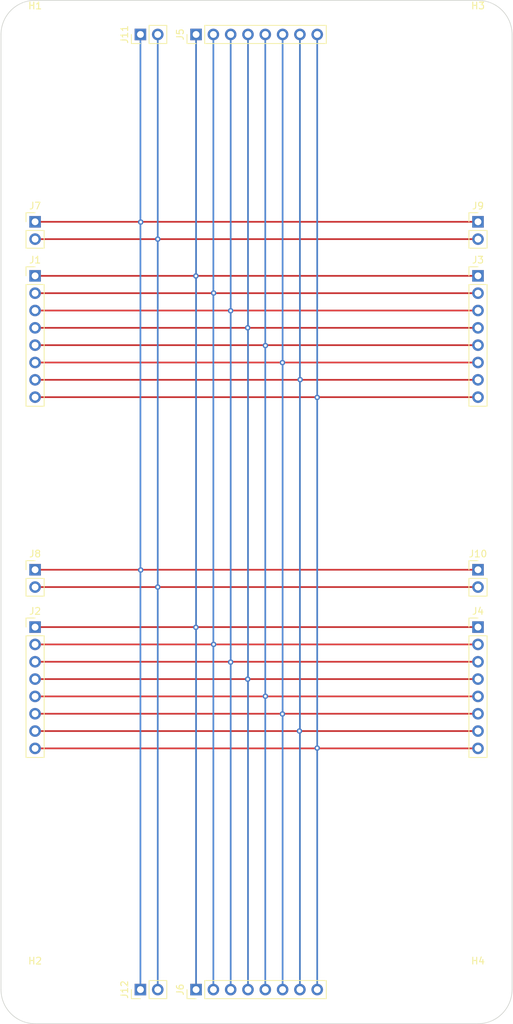
<source format=kicad_pcb>
(kicad_pcb (version 20221018) (generator pcbnew)
  (title_block (title "Bus") (rev "1.0"))
  (layers (0 "F.Cu" signal) (31 "B.Cu" signal) (34 "B.Paste" user) (35 "F.Paste" user) (36 "B.SilkS" user "B.Silkscreen") (37 "F.SilkS" user "F.Silkscreen") (38 "B.Mask" user) (39 "F.Mask" user) (44 "Edge.Cuts" user))
  (net 0 "")
  (net 1 "Net-(J1-Pin_1)")
  (net 2 "Net-(J1-Pin_2)")
  (net 3 "Net-(J1-Pin_3)")
  (net 4 "Net-(J1-Pin_4)")
  (net 5 "Net-(J1-Pin_5)")
  (net 6 "Net-(J1-Pin_6)")
  (net 7 "Net-(J1-Pin_7)")
  (net 8 "Net-(J1-Pin_8)")
  (net 9 "Net-(J10-Pin_1)")
  (net 10 "Net-(J10-Pin_2)")
  (footprint "Connector_PinHeader_2.54mm:PinHeader_1x08_P2.54mm_Vertical" (layer "F.Cu") (at 103.625 34 90)
    (fp_text reference "J5" (at 0 -2.33 90) (layer "F.SilkS"))
    (fp_text value "Conn_01x08")
    (fp_line (start -1.33 -1.33) (end 0 -1.33) (stroke (width 0.12)) (layer "F.SilkS"))
    (fp_line (start -1.33 0) (end -1.33 -1.33) (stroke (width 0.12)) (layer "F.SilkS"))
    (fp_line (start -1.33 1.27) (end -1.33 19.11) (stroke (width 0.12)) (layer "F.SilkS"))
    (fp_line (start -1.33 1.27) (end 1.33 1.27) (stroke (width 0.12)) (layer "F.SilkS"))
    (fp_line (start -1.33 19.11) (end 1.33 19.11) (stroke (width 0.12)) (layer "F.SilkS"))
    (fp_line (start 1.33 1.27) (end 1.33 19.11) (stroke (width 0.12)) (layer "F.SilkS"))
    (pad "1" thru_hole rect (at 0 0 90) (size 1.7 1.7) (drill 1) (layers "*.Cu" "*.Mask") (net 1 "Net-(J1-Pin_1)"))
    (pad "2" thru_hole oval (at 0 2.54 90) (size 1.7 1.7) (drill 1) (layers "*.Cu" "*.Mask") (net 2 "Net-(J1-Pin_2)"))
    (pad "3" thru_hole oval (at 0 5.08 90) (size 1.7 1.7) (drill 1) (layers "*.Cu" "*.Mask") (net 3 "Net-(J1-Pin_3)"))
    (pad "4" thru_hole oval (at 0 7.62 90) (size 1.7 1.7) (drill 1) (layers "*.Cu" "*.Mask") (net 4 "Net-(J1-Pin_4)"))
    (pad "5" thru_hole oval (at 0 10.16 90) (size 1.7 1.7) (drill 1) (layers "*.Cu" "*.Mask") (net 5 "Net-(J1-Pin_5)"))
    (pad "6" thru_hole oval (at 0 12.7 90) (size 1.7 1.7) (drill 1) (layers "*.Cu" "*.Mask") (net 6 "Net-(J1-Pin_6)"))
    (pad "7" thru_hole oval (at 0 15.24 90) (size 1.7 1.7) (drill 1) (layers "*.Cu" "*.Mask") (net 7 "Net-(J1-Pin_7)"))
    (pad "8" thru_hole oval (at 0 17.78 90) (size 1.7 1.7) (drill 1) (layers "*.Cu" "*.Mask") (net 8 "Net-(J1-Pin_8)"))
  )
  (footprint "MountingHole:MountingHole_3.2mm_M3" (layer "F.Cu") (at 80 174)
    (fp_text reference "H2" (at 0 -4.2) (layer "F.SilkS"))
    (fp_text value "MountingHole")
    (pad "" np_thru_hole circle (at 0 0) (size 3.2 3.2) (drill 3.2) (layers "*.Cu" "*.Mask"))
  )
  (footprint "Connector_PinHeader_2.54mm:PinHeader_1x08_P2.54mm_Vertical" (layer "F.Cu") (at 80 69.383333)
    (fp_text reference "J1" (at 0 -2.33) (layer "F.SilkS"))
    (fp_text value "Conn_01x08")
    (fp_line (start -1.33 -1.33) (end 0 -1.33) (stroke (width 0.12)) (layer "F.SilkS"))
    (fp_line (start -1.33 0) (end -1.33 -1.33) (stroke (width 0.12)) (layer "F.SilkS"))
    (fp_line (start -1.33 1.27) (end -1.33 19.11) (stroke (width 0.12)) (layer "F.SilkS"))
    (fp_line (start -1.33 1.27) (end 1.33 1.27) (stroke (width 0.12)) (layer "F.SilkS"))
    (fp_line (start -1.33 19.11) (end 1.33 19.11) (stroke (width 0.12)) (layer "F.SilkS"))
    (fp_line (start 1.33 1.27) (end 1.33 19.11) (stroke (width 0.12)) (layer "F.SilkS"))
    (pad "1" thru_hole rect (at 0 0) (size 1.7 1.7) (drill 1) (layers "*.Cu" "*.Mask") (net 1 "Net-(J1-Pin_1)"))
    (pad "2" thru_hole oval (at 0 2.54) (size 1.7 1.7) (drill 1) (layers "*.Cu" "*.Mask") (net 2 "Net-(J1-Pin_2)"))
    (pad "3" thru_hole oval (at 0 5.08) (size 1.7 1.7) (drill 1) (layers "*.Cu" "*.Mask") (net 3 "Net-(J1-Pin_3)"))
    (pad "4" thru_hole oval (at 0 7.62) (size 1.7 1.7) (drill 1) (layers "*.Cu" "*.Mask") (net 4 "Net-(J1-Pin_4)"))
    (pad "5" thru_hole oval (at 0 10.16) (size 1.7 1.7) (drill 1) (layers "*.Cu" "*.Mask") (net 5 "Net-(J1-Pin_5)"))
    (pad "6" thru_hole oval (at 0 12.7) (size 1.7 1.7) (drill 1) (layers "*.Cu" "*.Mask") (net 6 "Net-(J1-Pin_6)"))
    (pad "7" thru_hole oval (at 0 15.24) (size 1.7 1.7) (drill 1) (layers "*.Cu" "*.Mask") (net 7 "Net-(J1-Pin_7)"))
    (pad "8" thru_hole oval (at 0 17.78) (size 1.7 1.7) (drill 1) (layers "*.Cu" "*.Mask") (net 8 "Net-(J1-Pin_8)"))
  )
  (footprint "MountingHole:MountingHole_3.2mm_M3" (layer "F.Cu") (at 145 174)
    (fp_text reference "H4" (at 0 -4.2) (layer "F.SilkS"))
    (fp_text value "MountingHole")
    (pad "" np_thru_hole circle (at 0 0) (size 3.2 3.2) (drill 3.2) (layers "*.Cu" "*.Mask"))
  )
  (footprint "Connector_PinHeader_2.54mm:PinHeader_1x08_P2.54mm_Vertical" (layer "F.Cu") (at 80 120.866666)
    (fp_text reference "J2" (at 0 -2.33) (layer "F.SilkS"))
    (fp_text value "Conn_01x08")
    (fp_line (start -1.33 -1.33) (end 0 -1.33) (stroke (width 0.12)) (layer "F.SilkS"))
    (fp_line (start -1.33 0) (end -1.33 -1.33) (stroke (width 0.12)) (layer "F.SilkS"))
    (fp_line (start -1.33 1.27) (end -1.33 19.11) (stroke (width 0.12)) (layer "F.SilkS"))
    (fp_line (start -1.33 1.27) (end 1.33 1.27) (stroke (width 0.12)) (layer "F.SilkS"))
    (fp_line (start -1.33 19.11) (end 1.33 19.11) (stroke (width 0.12)) (layer "F.SilkS"))
    (fp_line (start 1.33 1.27) (end 1.33 19.11) (stroke (width 0.12)) (layer "F.SilkS"))
    (pad "1" thru_hole rect (at 0 0) (size 1.7 1.7) (drill 1) (layers "*.Cu" "*.Mask") (net 1 "Net-(J1-Pin_1)"))
    (pad "2" thru_hole oval (at 0 2.54) (size 1.7 1.7) (drill 1) (layers "*.Cu" "*.Mask") (net 2 "Net-(J1-Pin_2)"))
    (pad "3" thru_hole oval (at 0 5.08) (size 1.7 1.7) (drill 1) (layers "*.Cu" "*.Mask") (net 3 "Net-(J1-Pin_3)"))
    (pad "4" thru_hole oval (at 0 7.62) (size 1.7 1.7) (drill 1) (layers "*.Cu" "*.Mask") (net 4 "Net-(J1-Pin_4)"))
    (pad "5" thru_hole oval (at 0 10.16) (size 1.7 1.7) (drill 1) (layers "*.Cu" "*.Mask") (net 5 "Net-(J1-Pin_5)"))
    (pad "6" thru_hole oval (at 0 12.7) (size 1.7 1.7) (drill 1) (layers "*.Cu" "*.Mask") (net 6 "Net-(J1-Pin_6)"))
    (pad "7" thru_hole oval (at 0 15.24) (size 1.7 1.7) (drill 1) (layers "*.Cu" "*.Mask") (net 7 "Net-(J1-Pin_7)"))
    (pad "8" thru_hole oval (at 0 17.78) (size 1.7 1.7) (drill 1) (layers "*.Cu" "*.Mask") (net 8 "Net-(J1-Pin_8)"))
  )
  (footprint "MountingHole:MountingHole_3.2mm_M3" (layer "F.Cu") (at 80 34)
    (fp_text reference "H1" (at 0 -4.2) (layer "F.SilkS"))
    (fp_text value "MountingHole")
    (pad "" np_thru_hole circle (at 0 0) (size 3.2 3.2) (drill 3.2) (layers "*.Cu" "*.Mask"))
  )
  (footprint "Connector_PinHeader_2.54mm:PinHeader_1x02_P2.54mm_Vertical" (layer "F.Cu") (at 145 112.46)
    (fp_text reference "J10" (at 0 -2.33) (layer "F.SilkS"))
    (fp_text value "Conn_01x02")
    (fp_line (start -1.33 -1.33) (end 0 -1.33) (stroke (width 0.12)) (layer "F.SilkS"))
    (fp_line (start -1.33 0) (end -1.33 -1.33) (stroke (width 0.12)) (layer "F.SilkS"))
    (fp_line (start -1.33 1.27) (end -1.33 3.87) (stroke (width 0.12)) (layer "F.SilkS"))
    (fp_line (start -1.33 1.27) (end 1.33 1.27) (stroke (width 0.12)) (layer "F.SilkS"))
    (fp_line (start -1.33 3.87) (end 1.33 3.87) (stroke (width 0.12)) (layer "F.SilkS"))
    (fp_line (start 1.33 1.27) (end 1.33 3.87) (stroke (width 0.12)) (layer "F.SilkS"))
    (pad "1" thru_hole rect (at 0 0) (size 1.7 1.7) (drill 1) (layers "*.Cu" "*.Mask") (net 9 "Net-(J10-Pin_1)"))
    (pad "2" thru_hole oval (at 0 2.54) (size 1.7 1.7) (drill 1) (layers "*.Cu" "*.Mask") (net 10 "Net-(J10-Pin_2)"))
  )
  (footprint "Connector_PinHeader_2.54mm:PinHeader_1x08_P2.54mm_Vertical" (layer "F.Cu") (at 103.625 174 90)
    (fp_text reference "J6" (at 0 -2.33 90) (layer "F.SilkS"))
    (fp_text value "Conn_01x08")
    (fp_line (start -1.33 -1.33) (end 0 -1.33) (stroke (width 0.12)) (layer "F.SilkS"))
    (fp_line (start -1.33 0) (end -1.33 -1.33) (stroke (width 0.12)) (layer "F.SilkS"))
    (fp_line (start -1.33 1.27) (end -1.33 19.11) (stroke (width 0.12)) (layer "F.SilkS"))
    (fp_line (start -1.33 1.27) (end 1.33 1.27) (stroke (width 0.12)) (layer "F.SilkS"))
    (fp_line (start -1.33 19.11) (end 1.33 19.11) (stroke (width 0.12)) (layer "F.SilkS"))
    (fp_line (start 1.33 1.27) (end 1.33 19.11) (stroke (width 0.12)) (layer "F.SilkS"))
    (pad "1" thru_hole rect (at 0 0 90) (size 1.7 1.7) (drill 1) (layers "*.Cu" "*.Mask") (net 1 "Net-(J1-Pin_1)"))
    (pad "2" thru_hole oval (at 0 2.54 90) (size 1.7 1.7) (drill 1) (layers "*.Cu" "*.Mask") (net 2 "Net-(J1-Pin_2)"))
    (pad "3" thru_hole oval (at 0 5.08 90) (size 1.7 1.7) (drill 1) (layers "*.Cu" "*.Mask") (net 3 "Net-(J1-Pin_3)"))
    (pad "4" thru_hole oval (at 0 7.62 90) (size 1.7 1.7) (drill 1) (layers "*.Cu" "*.Mask") (net 4 "Net-(J1-Pin_4)"))
    (pad "5" thru_hole oval (at 0 10.16 90) (size 1.7 1.7) (drill 1) (layers "*.Cu" "*.Mask") (net 5 "Net-(J1-Pin_5)"))
    (pad "6" thru_hole oval (at 0 12.7 90) (size 1.7 1.7) (drill 1) (layers "*.Cu" "*.Mask") (net 6 "Net-(J1-Pin_6)"))
    (pad "7" thru_hole oval (at 0 15.24 90) (size 1.7 1.7) (drill 1) (layers "*.Cu" "*.Mask") (net 7 "Net-(J1-Pin_7)"))
    (pad "8" thru_hole oval (at 0 17.78 90) (size 1.7 1.7) (drill 1) (layers "*.Cu" "*.Mask") (net 8 "Net-(J1-Pin_8)"))
  )
  (footprint "Connector_PinHeader_2.54mm:PinHeader_1x02_P2.54mm_Vertical" (layer "F.Cu") (at 80 61.46)
    (fp_text reference "J7" (at 0 -2.33) (layer "F.SilkS"))
    (fp_text value "Conn_01x02")
    (fp_line (start -1.33 -1.33) (end 0 -1.33) (stroke (width 0.12)) (layer "F.SilkS"))
    (fp_line (start -1.33 0) (end -1.33 -1.33) (stroke (width 0.12)) (layer "F.SilkS"))
    (fp_line (start -1.33 1.27) (end -1.33 3.87) (stroke (width 0.12)) (layer "F.SilkS"))
    (fp_line (start -1.33 1.27) (end 1.33 1.27) (stroke (width 0.12)) (layer "F.SilkS"))
    (fp_line (start -1.33 3.87) (end 1.33 3.87) (stroke (width 0.12)) (layer "F.SilkS"))
    (fp_line (start 1.33 1.27) (end 1.33 3.87) (stroke (width 0.12)) (layer "F.SilkS"))
    (pad "1" thru_hole rect (at 0 0) (size 1.7 1.7) (drill 1) (layers "*.Cu" "*.Mask") (net 9 "Net-(J10-Pin_1)"))
    (pad "2" thru_hole oval (at 0 2.54) (size 1.7 1.7) (drill 1) (layers "*.Cu" "*.Mask") (net 10 "Net-(J10-Pin_2)"))
  )
  (footprint "Connector_PinHeader_2.54mm:PinHeader_1x02_P2.54mm_Vertical" (layer "F.Cu") (at 95.46 34 90)
    (fp_text reference "J11" (at 0 -2.33 90) (layer "F.SilkS"))
    (fp_text value "Conn_01x02")
    (fp_line (start -1.33 -1.33) (end 0 -1.33) (stroke (width 0.12)) (layer "F.SilkS"))
    (fp_line (start -1.33 0) (end -1.33 -1.33) (stroke (width 0.12)) (layer "F.SilkS"))
    (fp_line (start -1.33 1.27) (end -1.33 3.87) (stroke (width 0.12)) (layer "F.SilkS"))
    (fp_line (start -1.33 1.27) (end 1.33 1.27) (stroke (width 0.12)) (layer "F.SilkS"))
    (fp_line (start -1.33 3.87) (end 1.33 3.87) (stroke (width 0.12)) (layer "F.SilkS"))
    (fp_line (start 1.33 1.27) (end 1.33 3.87) (stroke (width 0.12)) (layer "F.SilkS"))
    (pad "1" thru_hole rect (at 0 0 90) (size 1.7 1.7) (drill 1) (layers "*.Cu" "*.Mask") (net 9 "Net-(J10-Pin_1)"))
    (pad "2" thru_hole oval (at 0 2.54 90) (size 1.7 1.7) (drill 1) (layers "*.Cu" "*.Mask") (net 10 "Net-(J10-Pin_2)"))
  )
  (footprint "Connector_PinHeader_2.54mm:PinHeader_1x02_P2.54mm_Vertical" (layer "F.Cu") (at 80 112.46)
    (fp_text reference "J8" (at 0 -2.33) (layer "F.SilkS"))
    (fp_text value "Conn_01x02")
    (fp_line (start -1.33 -1.33) (end 0 -1.33) (stroke (width 0.12)) (layer "F.SilkS"))
    (fp_line (start -1.33 0) (end -1.33 -1.33) (stroke (width 0.12)) (layer "F.SilkS"))
    (fp_line (start -1.33 1.27) (end -1.33 3.87) (stroke (width 0.12)) (layer "F.SilkS"))
    (fp_line (start -1.33 1.27) (end 1.33 1.27) (stroke (width 0.12)) (layer "F.SilkS"))
    (fp_line (start -1.33 3.87) (end 1.33 3.87) (stroke (width 0.12)) (layer "F.SilkS"))
    (fp_line (start 1.33 1.27) (end 1.33 3.87) (stroke (width 0.12)) (layer "F.SilkS"))
    (pad "1" thru_hole rect (at 0 0) (size 1.7 1.7) (drill 1) (layers "*.Cu" "*.Mask") (net 9 "Net-(J10-Pin_1)"))
    (pad "2" thru_hole oval (at 0 2.54) (size 1.7 1.7) (drill 1) (layers "*.Cu" "*.Mask") (net 10 "Net-(J10-Pin_2)"))
  )
  (footprint "MountingHole:MountingHole_3.2mm_M3" (layer "F.Cu") (at 145 34)
    (fp_text reference "H3" (at 0 -4.2) (layer "F.SilkS"))
    (fp_text value "MountingHole")
    (pad "" np_thru_hole circle (at 0 0) (size 3.2 3.2) (drill 3.2) (layers "*.Cu" "*.Mask"))
  )
  (footprint "Connector_PinHeader_2.54mm:PinHeader_1x08_P2.54mm_Vertical" (layer "F.Cu") (at 145 120.866666)
    (fp_text reference "J4" (at 0 -2.33) (layer "F.SilkS"))
    (fp_text value "Conn_01x08")
    (fp_line (start -1.33 -1.33) (end 0 -1.33) (stroke (width 0.12)) (layer "F.SilkS"))
    (fp_line (start -1.33 0) (end -1.33 -1.33) (stroke (width 0.12)) (layer "F.SilkS"))
    (fp_line (start -1.33 1.27) (end -1.33 19.11) (stroke (width 0.12)) (layer "F.SilkS"))
    (fp_line (start -1.33 1.27) (end 1.33 1.27) (stroke (width 0.12)) (layer "F.SilkS"))
    (fp_line (start -1.33 19.11) (end 1.33 19.11) (stroke (width 0.12)) (layer "F.SilkS"))
    (fp_line (start 1.33 1.27) (end 1.33 19.11) (stroke (width 0.12)) (layer "F.SilkS"))
    (pad "1" thru_hole rect (at 0 0) (size 1.7 1.7) (drill 1) (layers "*.Cu" "*.Mask") (net 1 "Net-(J1-Pin_1)"))
    (pad "2" thru_hole oval (at 0 2.54) (size 1.7 1.7) (drill 1) (layers "*.Cu" "*.Mask") (net 2 "Net-(J1-Pin_2)"))
    (pad "3" thru_hole oval (at 0 5.08) (size 1.7 1.7) (drill 1) (layers "*.Cu" "*.Mask") (net 3 "Net-(J1-Pin_3)"))
    (pad "4" thru_hole oval (at 0 7.62) (size 1.7 1.7) (drill 1) (layers "*.Cu" "*.Mask") (net 4 "Net-(J1-Pin_4)"))
    (pad "5" thru_hole oval (at 0 10.16) (size 1.7 1.7) (drill 1) (layers "*.Cu" "*.Mask") (net 5 "Net-(J1-Pin_5)"))
    (pad "6" thru_hole oval (at 0 12.7) (size 1.7 1.7) (drill 1) (layers "*.Cu" "*.Mask") (net 6 "Net-(J1-Pin_6)"))
    (pad "7" thru_hole oval (at 0 15.24) (size 1.7 1.7) (drill 1) (layers "*.Cu" "*.Mask") (net 7 "Net-(J1-Pin_7)"))
    (pad "8" thru_hole oval (at 0 17.78) (size 1.7 1.7) (drill 1) (layers "*.Cu" "*.Mask") (net 8 "Net-(J1-Pin_8)"))
  )
  (footprint "Connector_PinHeader_2.54mm:PinHeader_1x02_P2.54mm_Vertical" (layer "F.Cu") (at 95.46 174 90)
    (fp_text reference "J12" (at 0 -2.33 90) (layer "F.SilkS"))
    (fp_text value "Conn_01x02")
    (fp_line (start -1.33 -1.33) (end 0 -1.33) (stroke (width 0.12)) (layer "F.SilkS"))
    (fp_line (start -1.33 0) (end -1.33 -1.33) (stroke (width 0.12)) (layer "F.SilkS"))
    (fp_line (start -1.33 1.27) (end -1.33 3.87) (stroke (width 0.12)) (layer "F.SilkS"))
    (fp_line (start -1.33 1.27) (end 1.33 1.27) (stroke (width 0.12)) (layer "F.SilkS"))
    (fp_line (start -1.33 3.87) (end 1.33 3.87) (stroke (width 0.12)) (layer "F.SilkS"))
    (fp_line (start 1.33 1.27) (end 1.33 3.87) (stroke (width 0.12)) (layer "F.SilkS"))
    (pad "1" thru_hole rect (at 0 0 90) (size 1.7 1.7) (drill 1) (layers "*.Cu" "*.Mask") (net 9 "Net-(J10-Pin_1)"))
    (pad "2" thru_hole oval (at 0 2.54 90) (size 1.7 1.7) (drill 1) (layers "*.Cu" "*.Mask") (net 10 "Net-(J10-Pin_2)"))
  )
  (footprint "Connector_PinHeader_2.54mm:PinHeader_1x02_P2.54mm_Vertical" (layer "F.Cu") (at 145 61.46)
    (fp_text reference "J9" (at 0 -2.33) (layer "F.SilkS"))
    (fp_text value "Conn_01x02")
    (fp_line (start -1.33 -1.33) (end 0 -1.33) (stroke (width 0.12)) (layer "F.SilkS"))
    (fp_line (start -1.33 0) (end -1.33 -1.33) (stroke (width 0.12)) (layer "F.SilkS"))
    (fp_line (start -1.33 1.27) (end -1.33 3.87) (stroke (width 0.12)) (layer "F.SilkS"))
    (fp_line (start -1.33 1.27) (end 1.33 1.27) (stroke (width 0.12)) (layer "F.SilkS"))
    (fp_line (start -1.33 3.87) (end 1.33 3.87) (stroke (width 0.12)) (layer "F.SilkS"))
    (fp_line (start 1.33 1.27) (end 1.33 3.87) (stroke (width 0.12)) (layer "F.SilkS"))
    (pad "1" thru_hole rect (at 0 0) (size 1.7 1.7) (drill 1) (layers "*.Cu" "*.Mask") (net 9 "Net-(J10-Pin_1)"))
    (pad "2" thru_hole oval (at 0 2.54) (size 1.7 1.7) (drill 1) (layers "*.Cu" "*.Mask") (net 10 "Net-(J10-Pin_2)"))
  )
  (footprint "Connector_PinHeader_2.54mm:PinHeader_1x08_P2.54mm_Vertical" (layer "F.Cu") (at 145 69.383333)
    (fp_text reference "J3" (at 0 -2.33) (layer "F.SilkS"))
    (fp_text value "Conn_01x08")
    (fp_line (start -1.33 -1.33) (end 0 -1.33) (stroke (width 0.12)) (layer "F.SilkS"))
    (fp_line (start -1.33 0) (end -1.33 -1.33) (stroke (width 0.12)) (layer "F.SilkS"))
    (fp_line (start -1.33 1.27) (end -1.33 19.11) (stroke (width 0.12)) (layer "F.SilkS"))
    (fp_line (start -1.33 1.27) (end 1.33 1.27) (stroke (width 0.12)) (layer "F.SilkS"))
    (fp_line (start -1.33 19.11) (end 1.33 19.11) (stroke (width 0.12)) (layer "F.SilkS"))
    (fp_line (start 1.33 1.27) (end 1.33 19.11) (stroke (width 0.12)) (layer "F.SilkS"))
    (pad "1" thru_hole rect (at 0 0) (size 1.7 1.7) (drill 1) (layers "*.Cu" "*.Mask") (net 1 "Net-(J1-Pin_1)"))
    (pad "2" thru_hole oval (at 0 2.54) (size 1.7 1.7) (drill 1) (layers "*.Cu" "*.Mask") (net 2 "Net-(J1-Pin_2)"))
    (pad "3" thru_hole oval (at 0 5.08) (size 1.7 1.7) (drill 1) (layers "*.Cu" "*.Mask") (net 3 "Net-(J1-Pin_3)"))
    (pad "4" thru_hole oval (at 0 7.62) (size 1.7 1.7) (drill 1) (layers "*.Cu" "*.Mask") (net 4 "Net-(J1-Pin_4)"))
    (pad "5" thru_hole oval (at 0 10.16) (size 1.7 1.7) (drill 1) (layers "*.Cu" "*.Mask") (net 5 "Net-(J1-Pin_5)"))
    (pad "6" thru_hole oval (at 0 12.7) (size 1.7 1.7) (drill 1) (layers "*.Cu" "*.Mask") (net 6 "Net-(J1-Pin_6)"))
    (pad "7" thru_hole oval (at 0 15.24) (size 1.7 1.7) (drill 1) (layers "*.Cu" "*.Mask") (net 7 "Net-(J1-Pin_7)"))
    (pad "8" thru_hole oval (at 0 17.78) (size 1.7 1.7) (drill 1) (layers "*.Cu" "*.Mask") (net 8 "Net-(J1-Pin_8)"))
  )
  (gr_line (start 80 179) (end 145 179) (stroke (width 0.1)) (layer "Edge.Cuts"))
  (gr_arc (start 150 174) (mid 148.535534 177.535534) (end 145 179) (stroke (width 0.1)) (layer "Edge.Cuts"))
  (gr_line (start 75 34) (end 75 174) (stroke (width 0.1)) (layer "Edge.Cuts"))
  (gr_line (start 145 29) (end 80 29) (stroke (width 0.1)) (layer "Edge.Cuts"))
  (gr_arc (start 75 34) (mid 76.464466 30.464466) (end 80 29) (stroke (width 0.1)) (layer "Edge.Cuts"))
  (gr_arc (start 80 179) (mid 76.464466 177.535534) (end 75 174) (stroke (width 0.1)) (layer "Edge.Cuts"))
  (gr_line (start 150 174) (end 150 34) (stroke (width 0.1)) (layer "Edge.Cuts"))
  (gr_arc (start 145 29) (mid 148.535534 30.464466) (end 150 34) (stroke (width 0.1)) (layer "Edge.Cuts"))
  (segment (start 103.616667 69.383333) (end 145 69.383333) (width 0.25) (layer "F.Cu") (net 1))
  (segment (start 103.583333 69.383333) (end 103.6 69.4) (width 0.25) (layer "F.Cu") (net 1))
  (segment (start 145 120.866666) (end 80 120.866666) (width 0.25) (layer "F.Cu") (net 1))
  (segment (start 80 69.383333) (end 103.583333 69.383333) (width 0.25) (layer "F.Cu") (net 1))
  (segment (start 103.6 69.4) (end 103.616667 69.383333) (width 0.25) (layer "F.Cu") (net 1))
  (via (at 103.6 69.4) (size 0.8) (drill 0.4) (layers "F.Cu" "B.Cu") (net 1))
  (via (at 103.6 120.9) (size 0.8) (drill 0.4) (layers "F.Cu" "B.Cu") (net 1))
  (segment (start 103.625 174) (end 103.625 120.925) (width 0.25) (layer "B.Cu") (net 1))
  (segment (start 103.6 120.9) (end 103.625 120.875) (width 0.25) (layer "B.Cu") (net 1))
  (segment (start 103.625 120.925) (end 103.6 120.9) (width 0.25) (layer "B.Cu") (net 1))
  (segment (start 103.625 120.875) (end 103.625 34) (width 0.25) (layer "B.Cu") (net 1))
  (segment (start 80 123.406666) (end 106.193334 123.406666) (width 0.25) (layer "F.Cu") (net 2))
  (segment (start 106.176667 71.923333) (end 80 71.923333) (width 0.25) (layer "F.Cu") (net 2))
  (segment (start 106.206666 123.406666) (end 145 123.406666) (width 0.25) (layer "F.Cu") (net 2))
  (segment (start 106.2 123.4) (end 106.206666 123.406666) (width 0.25) (layer "F.Cu") (net 2))
  (segment (start 145 71.923333) (end 106.223333 71.923333) (width 0.25) (layer "F.Cu") (net 2))
  (segment (start 106.193334 123.406666) (end 106.2 123.4) (width 0.25) (layer "F.Cu") (net 2))
  (segment (start 106.223333 71.923333) (end 106.2 71.9) (width 0.25) (layer "F.Cu") (net 2))
  (segment (start 106.2 71.9) (end 106.176667 71.923333) (width 0.25) (layer "F.Cu") (net 2))
  (via (at 106.2 71.9) (size 0.8) (drill 0.4) (layers "F.Cu" "B.Cu") (net 2))
  (via (at 106.2 123.4) (size 0.8) (drill 0.4) (layers "F.Cu" "B.Cu") (net 2))
  (segment (start 106.165 34) (end 106.165 174) (width 0.25) (layer "B.Cu") (net 2))
  (segment (start 145 125.946666) (end 80 125.946666) (width 0.25) (layer "F.Cu") (net 3))
  (segment (start 80 74.463333) (end 145 74.463333) (width 0.25) (layer "F.Cu") (net 3))
  (via (at 108.7 74.5) (size 0.8) (drill 0.4) (layers "F.Cu" "B.Cu") (net 3))
  (via (at 108.7 126) (size 0.8) (drill 0.4) (layers "F.Cu" "B.Cu") (net 3))
  (segment (start 108.705 126.005) (end 108.7 126) (width 0.25) (layer "B.Cu") (net 3))
  (segment (start 108.705 74.495) (end 108.705 34) (width 0.25) (layer "B.Cu") (net 3))
  (segment (start 108.705 174) (end 108.705 126.005) (width 0.25) (layer "B.Cu") (net 3))
  (segment (start 108.705 74.505) (end 108.7 74.5) (width 0.25) (layer "B.Cu") (net 3))
  (segment (start 108.7 74.5) (end 108.705 74.495) (width 0.25) (layer "B.Cu") (net 3))
  (segment (start 108.7 126) (end 108.705 125.995) (width 0.25) (layer "B.Cu") (net 3))
  (segment (start 108.705 125.995) (end 108.705 74.505) (width 0.25) (layer "B.Cu") (net 3))
  (segment (start 111.213334 128.486666) (end 145 128.486666) (width 0.25) (layer "F.Cu") (net 4))
  (segment (start 145 77.003333) (end 111.203333 77.003333) (width 0.25) (layer "F.Cu") (net 4))
  (segment (start 111.2 77) (end 111.196667 77.003333) (width 0.25) (layer "F.Cu") (net 4))
  (segment (start 111.203333 77.003333) (end 111.2 77) (width 0.25) (layer "F.Cu") (net 4))
  (segment (start 111.2 128.5) (end 111.213334 128.486666) (width 0.25) (layer "F.Cu") (net 4))
  (segment (start 111.196667 77.003333) (end 80 77.003333) (width 0.25) (layer "F.Cu") (net 4))
  (segment (start 80 128.486666) (end 111.186666 128.486666) (width 0.25) (layer "F.Cu") (net 4))
  (segment (start 111.186666 128.486666) (end 111.2 128.5) (width 0.25) (layer "F.Cu") (net 4))
  (via (at 111.2 77) (size 0.8) (drill 0.4) (layers "F.Cu" "B.Cu") (net 4))
  (via (at 111.2 128.5) (size 0.8) (drill 0.4) (layers "F.Cu" "B.Cu") (net 4))
  (segment (start 111.245 34) (end 111.245 174) (width 0.25) (layer "B.Cu") (net 4))
  (segment (start 145 131.026666) (end 80 131.026666) (width 0.25) (layer "F.Cu") (net 5))
  (segment (start 80 79.543333) (end 145 79.543333) (width 0.25) (layer "F.Cu") (net 5))
  (via (at 113.8 79.6) (size 0.8) (drill 0.4) (layers "F.Cu" "B.Cu") (net 5))
  (via (at 113.8 131) (size 0.8) (drill 0.4) (layers "F.Cu" "B.Cu") (net 5))
  (segment (start 113.785 79.585) (end 113.785 34) (width 0.25) (layer "B.Cu") (net 5))
  (segment (start 113.785 79.615) (end 113.8 79.6) (width 0.25) (layer "B.Cu") (net 5))
  (segment (start 113.8 131) (end 113.785 130.985) (width 0.25) (layer "B.Cu") (net 5))
  (segment (start 113.785 130.985) (end 113.785 79.615) (width 0.25) (layer "B.Cu") (net 5))
  (segment (start 113.785 174) (end 113.785 131.015) (width 0.25) (layer "B.Cu") (net 5))
  (segment (start 113.8 79.6) (end 113.785 79.585) (width 0.25) (layer "B.Cu") (net 5))
  (segment (start 113.785 131.015) (end 113.8 131) (width 0.25) (layer "B.Cu") (net 5))
  (segment (start 116.316667 82.083333) (end 116.3 82.1) (width 0.25) (layer "F.Cu") (net 6))
  (segment (start 116.3 82.1) (end 116.283333 82.083333) (width 0.25) (layer "F.Cu") (net 6))
  (segment (start 145 82.083333) (end 116.316667 82.083333) (width 0.25) (layer "F.Cu") (net 6))
  (segment (start 116.283333 82.083333) (end 80 82.083333) (width 0.25) (layer "F.Cu") (net 6))
  (segment (start 80 133.566666) (end 145 133.566666) (width 0.25) (layer "F.Cu") (net 6))
  (via (at 116.3 82.1) (size 0.8) (drill 0.4) (layers "F.Cu" "B.Cu") (net 6))
  (via (at 116.3 133.6) (size 0.8) (drill 0.4) (layers "F.Cu" "B.Cu") (net 6))
  (segment (start 116.325 133.575) (end 116.3 133.6) (width 0.25) (layer "B.Cu") (net 6))
  (segment (start 116.325 133.625) (end 116.325 174) (width 0.25) (layer "B.Cu") (net 6))
  (segment (start 116.3 133.6) (end 116.325 133.625) (width 0.25) (layer "B.Cu") (net 6))
  (segment (start 116.325 34) (end 116.325 133.575) (width 0.25) (layer "B.Cu") (net 6))
  (segment (start 118.923333 84.623333) (end 145 84.623333) (width 0.25) (layer "F.Cu") (net 7))
  (segment (start 118.806666 136.106666) (end 118.8 136.1) (width 0.25) (layer "F.Cu") (net 7))
  (segment (start 80 84.623333) (end 118.876667 84.623333) (width 0.25) (layer "F.Cu") (net 7))
  (segment (start 145 136.106666) (end 118.806666 136.106666) (width 0.25) (layer "F.Cu") (net 7))
  (segment (start 118.8 136.1) (end 118.793334 136.106666) (width 0.25) (layer "F.Cu") (net 7))
  (segment (start 118.876667 84.623333) (end 118.9 84.6) (width 0.25) (layer "F.Cu") (net 7))
  (segment (start 118.793334 136.106666) (end 80 136.106666) (width 0.25) (layer "F.Cu") (net 7))
  (segment (start 118.9 84.6) (end 118.923333 84.623333) (width 0.25) (layer "F.Cu") (net 7))
  (via (at 118.9 84.6) (size 0.8) (drill 0.4) (layers "F.Cu" "B.Cu") (net 7))
  (via (at 118.8 136.1) (size 0.8) (drill 0.4) (layers "F.Cu" "B.Cu") (net 7))
  (segment (start 118.865 174) (end 118.865 34) (width 0.25) (layer "B.Cu") (net 7))
  (segment (start 80 87.163333) (end 145 87.163333) (width 0.25) (layer "F.Cu") (net 8))
  (segment (start 80 138.646666) (end 145 138.646666) (width 0.25) (layer "F.Cu") (net 8))
  (via (at 121.4 138.6) (size 0.8) (drill 0.4) (layers "F.Cu" "B.Cu") (net 8))
  (via (at 121.4 87.2) (size 0.8) (drill 0.4) (layers "F.Cu" "B.Cu") (net 8))
  (segment (start 121.405 138.605) (end 121.405 174) (width 0.25) (layer "B.Cu") (net 8))
  (segment (start 121.405 87.205) (end 121.405 138.595) (width 0.25) (layer "B.Cu") (net 8))
  (segment (start 121.405 87.195) (end 121.4 87.2) (width 0.25) (layer "B.Cu") (net 8))
  (segment (start 121.4 138.6) (end 121.405 138.605) (width 0.25) (layer "B.Cu") (net 8))
  (segment (start 121.4 87.2) (end 121.405 87.205) (width 0.25) (layer "B.Cu") (net 8))
  (segment (start 121.405 34) (end 121.405 87.195) (width 0.25) (layer "B.Cu") (net 8))
  (segment (start 121.405 138.595) (end 121.4 138.6) (width 0.25) (layer "B.Cu") (net 8))
  (segment (start 145 112.46) (end 80 112.46) (width 0.25) (layer "F.Cu") (net 9))
  (segment (start 80 61.46) (end 145 61.46) (width 0.25) (layer "F.Cu") (net 9))
  (via (at 95.5 112.5) (size 0.8) (drill 0.4) (layers "F.Cu" "B.Cu") (net 9))
  (via (at 95.5 61.5) (size 0.8) (drill 0.4) (layers "F.Cu" "B.Cu") (net 9))
  (segment (start 95.46 112.54) (end 95.5 112.5) (width 0.25) (layer "B.Cu") (net 9))
  (segment (start 95.46 61.54) (end 95.5 61.5) (width 0.25) (layer "B.Cu") (net 9))
  (segment (start 95.5 112.5) (end 95.46 112.46) (width 0.25) (layer "B.Cu") (net 9))
  (segment (start 95.46 112.46) (end 95.46 61.54) (width 0.25) (layer "B.Cu") (net 9))
  (segment (start 95.46 174) (end 95.46 112.54) (width 0.25) (layer "B.Cu") (net 9))
  (segment (start 95.5 61.5) (end 95.46 61.46) (width 0.25) (layer "B.Cu") (net 9))
  (segment (start 95.46 61.46) (end 95.46 34) (width 0.25) (layer "B.Cu") (net 9))
  (segment (start 145 64) (end 80 64) (width 0.25) (layer "F.Cu") (net 10))
  (segment (start 80 115) (end 145 115) (width 0.25) (layer "F.Cu") (net 10))
  (via (at 98 64) (size 0.8) (drill 0.4) (layers "F.Cu" "B.Cu") (net 10))
  (via (at 98 115) (size 0.8) (drill 0.4) (layers "F.Cu" "B.Cu") (net 10))
  (segment (start 98 64) (end 98 115) (width 0.25) (layer "B.Cu") (net 10))
  (segment (start 98 115) (end 98 174) (width 0.25) (layer "B.Cu") (net 10))
  (segment (start 98 34) (end 98 64) (width 0.25) (layer "B.Cu") (net 10))
)
</source>
